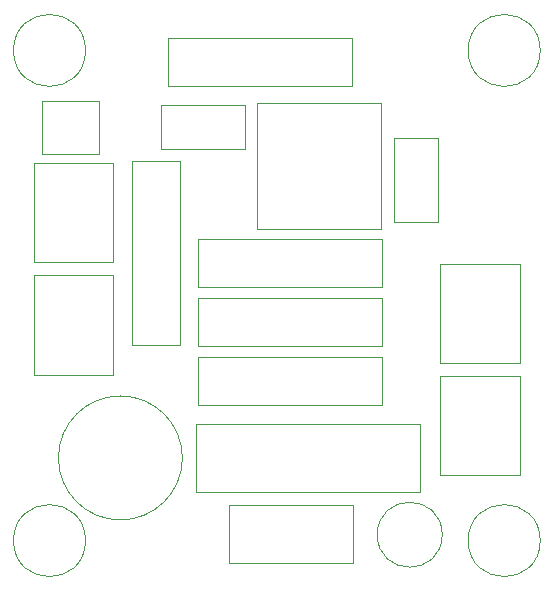
<source format=gbr>
%TF.GenerationSoftware,KiCad,Pcbnew,5.1.10-88a1d61d58~90~ubuntu20.04.1*%
%TF.CreationDate,2022-01-16T22:29:31+00:00*%
%TF.ProjectId,12_24_boost_converter,31325f32-345f-4626-9f6f-73745f636f6e,rev?*%
%TF.SameCoordinates,Original*%
%TF.FileFunction,Other,User*%
%FSLAX46Y46*%
G04 Gerber Fmt 4.6, Leading zero omitted, Abs format (unit mm)*
G04 Created by KiCad (PCBNEW 5.1.10-88a1d61d58~90~ubuntu20.04.1) date 2022-01-16 22:29:31*
%MOMM*%
%LPD*%
G01*
G04 APERTURE LIST*
%ADD10C,0.050000*%
G04 APERTURE END LIST*
D10*
%TO.C,J4*%
X148350000Y-119450000D02*
X148350000Y-111050000D01*
X141600000Y-119450000D02*
X148350000Y-119450000D01*
X141600000Y-111050000D02*
X141600000Y-119450000D01*
X148350000Y-111050000D02*
X141600000Y-111050000D01*
%TO.C,L1*%
X119750000Y-118000000D02*
G75*
G03*
X119750000Y-118000000I-5250000J0D01*
G01*
%TO.C,R5*%
X134150000Y-82450000D02*
X118550000Y-82450000D01*
X134150000Y-86550000D02*
X134150000Y-82450000D01*
X118550000Y-86550000D02*
X134150000Y-86550000D01*
X118550000Y-82450000D02*
X118550000Y-86550000D01*
%TO.C,D2*%
X112700000Y-87750000D02*
X107850000Y-87750000D01*
X112700000Y-92250000D02*
X112700000Y-87750000D01*
X107850000Y-92250000D02*
X112700000Y-92250000D01*
X107850000Y-87750000D02*
X107850000Y-92250000D01*
%TO.C,D1*%
X139850000Y-120850000D02*
X139850000Y-115150000D01*
X139850000Y-115150000D02*
X120910000Y-115150000D01*
X120910000Y-115150000D02*
X120910000Y-120850000D01*
X120910000Y-120850000D02*
X139850000Y-120850000D01*
%TO.C,U1*%
X136600000Y-87950000D02*
X126050000Y-87950000D01*
X136600000Y-98650000D02*
X136600000Y-87950000D01*
X126050000Y-98650000D02*
X136600000Y-98650000D01*
X126050000Y-87950000D02*
X126050000Y-98650000D01*
%TO.C,R1*%
X136650000Y-99450000D02*
X121050000Y-99450000D01*
X136650000Y-103550000D02*
X136650000Y-99450000D01*
X121050000Y-103550000D02*
X136650000Y-103550000D01*
X121050000Y-99450000D02*
X121050000Y-103550000D01*
%TO.C,J3*%
X148350000Y-109950000D02*
X148350000Y-101550000D01*
X141600000Y-109950000D02*
X148350000Y-109950000D01*
X141600000Y-101550000D02*
X141600000Y-109950000D01*
X148350000Y-101550000D02*
X141600000Y-101550000D01*
%TO.C,C3*%
X141750000Y-124500000D02*
G75*
G03*
X141750000Y-124500000I-2750000J0D01*
G01*
%TO.C,R4*%
X136650000Y-109450000D02*
X121050000Y-109450000D01*
X136650000Y-113550000D02*
X136650000Y-109450000D01*
X121050000Y-113550000D02*
X136650000Y-113550000D01*
X121050000Y-109450000D02*
X121050000Y-113550000D01*
%TO.C,R3*%
X115450000Y-92850000D02*
X115450000Y-108450000D01*
X119550000Y-92850000D02*
X115450000Y-92850000D01*
X119550000Y-108450000D02*
X119550000Y-92850000D01*
X115450000Y-108450000D02*
X119550000Y-108450000D01*
%TO.C,R2*%
X121050000Y-104450000D02*
X121050000Y-108550000D01*
X121050000Y-108550000D02*
X136650000Y-108550000D01*
X136650000Y-108550000D02*
X136650000Y-104450000D01*
X136650000Y-104450000D02*
X121050000Y-104450000D01*
%TO.C,C1*%
X125050000Y-88150000D02*
X117950000Y-88150000D01*
X125050000Y-91850000D02*
X125050000Y-88150000D01*
X117950000Y-91850000D02*
X125050000Y-91850000D01*
X117950000Y-88150000D02*
X117950000Y-91850000D01*
%TO.C,J2*%
X107150000Y-102550000D02*
X107150000Y-110950000D01*
X113900000Y-102550000D02*
X107150000Y-102550000D01*
X113900000Y-110950000D02*
X113900000Y-102550000D01*
X107150000Y-110950000D02*
X113900000Y-110950000D01*
%TO.C,C2*%
X141350000Y-98050000D02*
X141350000Y-90950000D01*
X137650000Y-98050000D02*
X141350000Y-98050000D01*
X137650000Y-90950000D02*
X137650000Y-98050000D01*
X141350000Y-90950000D02*
X137650000Y-90950000D01*
%TO.C,Q1*%
X123710000Y-126900000D02*
X134210000Y-126900000D01*
X123710000Y-121990000D02*
X123710000Y-126900000D01*
X134210000Y-121990000D02*
X123710000Y-121990000D01*
X134210000Y-126900000D02*
X134210000Y-121990000D01*
%TO.C,J1*%
X107150000Y-93050000D02*
X107150000Y-101450000D01*
X113900000Y-93050000D02*
X107150000Y-93050000D01*
X113900000Y-101450000D02*
X113900000Y-93050000D01*
X107150000Y-101450000D02*
X113900000Y-101450000D01*
%TO.C,REF\u002A\u002A*%
X150050000Y-83500000D02*
G75*
G03*
X150050000Y-83500000I-3050000J0D01*
G01*
X111550000Y-125000000D02*
G75*
G03*
X111550000Y-125000000I-3050000J0D01*
G01*
X150050000Y-125000000D02*
G75*
G03*
X150050000Y-125000000I-3050000J0D01*
G01*
X111550000Y-83500000D02*
G75*
G03*
X111550000Y-83500000I-3050000J0D01*
G01*
%TD*%
M02*

</source>
